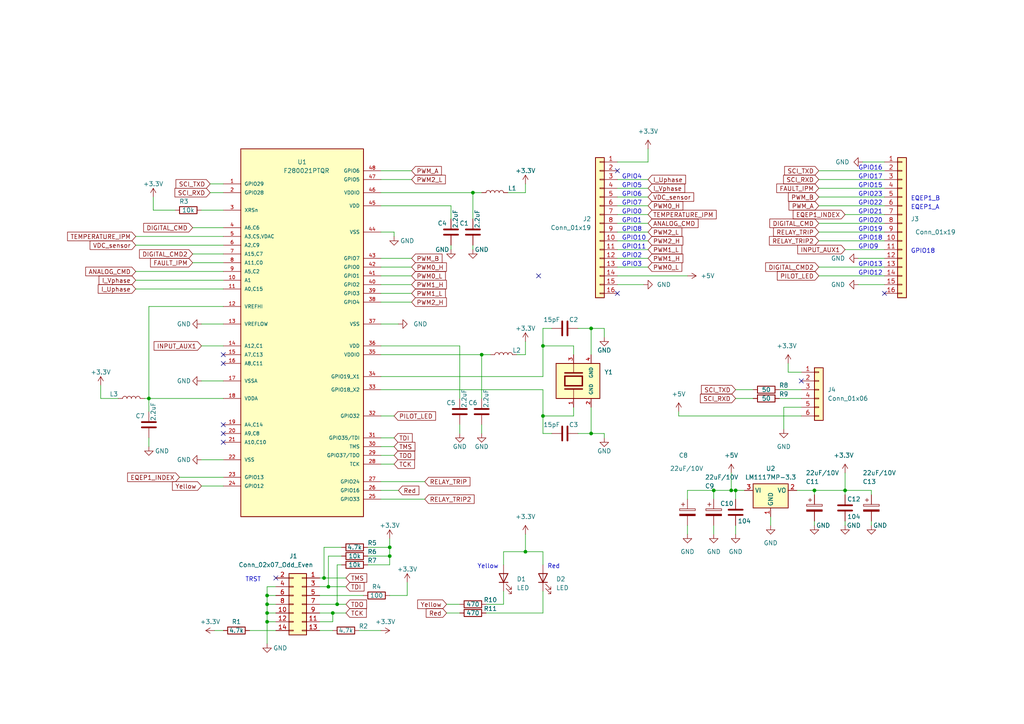
<source format=kicad_sch>
(kicad_sch (version 20230121) (generator eeschema)
  (paper "A4")
  (lib_symbols
    (symbol "ABM3B-20.000MHZ-B2-T:ABM3B-20.000MHZ-B2-T" (pin_names (offset 1.016))
      (property "Reference" "Y1" (at 0 10.16 0))
      (property "Value" "ABM3B-20.000MHZ-B2-T" (at 0 7.62 0))
      (symbol "ABM3B-20.000MHZ-B2-T_0_0"
        (pin passive line (at -7.62 0 0) (length 2.54) (name "~") (number "1"))
        (pin power_in line (at -7.62 -5.08 0) (length 2.54) (name "GND") (number "2"))
        (pin passive line (at 7.62 0 180) (length 2.54) (name "~") (number "3"))
        (pin power_in line (at 7.62 -5.08 180) (length 2.54) (name "GND") (number "4"))
      )
    )
    (symbol "Connector_Generic:Conn_01x06" (pin_names (offset 1.016) hide)
      (property "Reference" "J" (at 0 7.62 0))
      (property "Value" "Conn_01x06" (at 0 -10.16 0))
      (symbol "Conn_01x06_1_1"
        (pin passive line (at -5.08 5.08 0) (length 3.81) (name "Pin_1") (number "1"))
        (pin passive line (at -5.08 2.54 0) (length 3.81) (name "Pin_2") (number "2"))
        (pin passive line (at -5.08 0 0) (length 3.81) (name "Pin_3") (number "3"))
        (pin passive line (at -5.08 -2.54 0) (length 3.81) (name "Pin_4") (number "4"))
        (pin passive line (at -5.08 -5.08 0) (length 3.81) (name "Pin_5") (number "5"))
        (pin passive line (at -5.08 -7.62 0) (length 3.81) (name "Pin_6") (number "6"))
      )
    )
    (symbol "Connector_Generic:Conn_01x16" (pin_names (offset 1.016) hide)
      (property "Reference" "J" (at 0 20.32 0))
      (property "Value" "Conn_01x16" (at 0 -22.86 0))
      (symbol "Conn_01x16_1_1"
        (pin passive line (at -5.08 17.78 0) (length 3.81) (name "Pin_1") (number "1"))
        (pin passive line (at -5.08 -5.08 0) (length 3.81) (name "Pin_10") (number "10"))
        (pin passive line (at -5.08 -7.62 0) (length 3.81) (name "Pin_11") (number "11"))
        (pin passive line (at -5.08 -10.16 0) (length 3.81) (name "Pin_12") (number "12"))
        (pin passive line (at -5.08 -12.7 0) (length 3.81) (name "Pin_13") (number "13"))
        (pin passive line (at -5.08 -15.24 0) (length 3.81) (name "Pin_14") (number "14"))
        (pin passive line (at -5.08 -17.78 0) (length 3.81) (name "Pin_15") (number "15"))
        (pin passive line (at -5.08 -20.32 0) (length 3.81) (name "Pin_16") (number "16"))
        (pin passive line (at -5.08 15.24 0) (length 3.81) (name "Pin_2") (number "2"))
        (pin passive line (at -5.08 12.7 0) (length 3.81) (name "Pin_3") (number "3"))
        (pin passive line (at -5.08 10.16 0) (length 3.81) (name "Pin_4") (number "4"))
        (pin passive line (at -5.08 7.62 0) (length 3.81) (name "Pin_5") (number "5"))
        (pin passive line (at -5.08 5.08 0) (length 3.81) (name "Pin_6") (number "6"))
        (pin passive line (at -5.08 2.54 0) (length 3.81) (name "Pin_7") (number "7"))
        (pin passive line (at -5.08 0 0) (length 3.81) (name "Pin_8") (number "8"))
        (pin passive line (at -5.08 -2.54 0) (length 3.81) (name "Pin_9") (number "9"))
      )
    )
    (symbol "Connector_Generic:Conn_02x07_Odd_Even" (pin_names (offset 1.016) hide)
      (property "Reference" "J" (at 1.27 10.16 0))
      (property "Value" "Conn_02x07_Odd_Even" (at 1.27 -10.16 0))
      (symbol "Conn_02x07_Odd_Even_1_1"
        (pin passive line (at -5.08 7.62 0) (length 3.81) (name "Pin_1") (number "1"))
        (pin passive line (at 7.62 -2.54 180) (length 3.81) (name "Pin_10") (number "10"))
        (pin passive line (at -5.08 -5.08 0) (length 3.81) (name "Pin_11") (number "11"))
        (pin passive line (at 7.62 -5.08 180) (length 3.81) (name "Pin_12") (number "12"))
        (pin passive line (at -5.08 -7.62 0) (length 3.81) (name "Pin_13") (number "13"))
        (pin passive line (at 7.62 -7.62 180) (length 3.81) (name "Pin_14") (number "14"))
        (pin passive line (at 7.62 7.62 180) (length 3.81) (name "Pin_2") (number "2"))
        (pin passive line (at -5.08 5.08 0) (length 3.81) (name "Pin_3") (number "3"))
        (pin passive line (at 7.62 5.08 180) (length 3.81) (name "Pin_4") (number "4"))
        (pin passive line (at -5.08 2.54 0) (length 3.81) (name "Pin_5") (number "5"))
        (pin passive line (at 7.62 2.54 180) (length 3.81) (name "Pin_6") (number "6"))
        (pin passive line (at -5.08 0 0) (length 3.81) (name "Pin_7") (number "7"))
        (pin passive line (at 7.62 0 180) (length 3.81) (name "Pin_8") (number "8"))
        (pin passive line (at -5.08 -2.54 0) (length 3.81) (name "Pin_9") (number "9"))
      )
    )
    (symbol "Device:C" (pin_numbers hide) (pin_names (offset 0.254))
      (property "Reference" "C" (at 0.635 2.54 0))
      (property "Value" "C" (at 0.635 -2.54 0))
      (symbol "C_1_1"
        (pin passive line (at 0 3.81 270) (length 2.794) (name "~") (number "1"))
        (pin passive line (at 0 -3.81 90) (length 2.794) (name "~") (number "2"))
      )
    )
    (symbol "Device:C_Polarized" (pin_numbers hide) (pin_names (offset 0.254))
      (property "Reference" "C" (at 0.635 2.54 0))
      (property "Value" "C_Polarized" (at 0.635 -2.54 0))
      (symbol "C_Polarized_1_1"
        (pin passive line (at 0 3.81 270) (length 2.794) (name "~") (number "1"))
        (pin passive line (at 0 -3.81 90) (length 2.794) (name "~") (number "2"))
      )
    )
    (symbol "Device:LED" (pin_numbers hide) (pin_names (offset 1.016) hide)
      (property "Reference" "D" (at 0 2.54 0))
      (property "Value" "LED" (at 0 -2.54 0))
      (symbol "LED_1_1"
        (pin passive line (at -3.81 0 0) (length 2.54) (name "K") (number "1"))
        (pin passive line (at 3.81 0 180) (length 2.54) (name "A") (number "2"))
      )
    )
    (symbol "Regulator_Linear:LM1117MP-3.3"
      (property "Reference" "U" (at -3.81 3.175 0))
      (property "Value" "LM1117MP-3.3" (at 0 3.175 0))
      (symbol "LM1117MP-3.3_1_1"
        (pin power_in line (at 0 -7.62 90) (length 2.54) (name "GND") (number "1"))
        (pin power_out line (at 7.62 0 180) (length 2.54) (name "VO") (number "2"))
        (pin power_in line (at -7.62 0 0) (length 2.54) (name "VI") (number "3"))
      )
    )
    (symbol "TMS320F28069PZT:F280021PTQR" (pin_names (offset 1.016))
      (property "Reference" "U1" (at 0 49.53 0))
      (property "Value" "F280021PTQR" (at 1.27 46.99 0))
      (symbol "F280021PTQR_1_0"
        (pin bidirectional line (at -22.86 43.18 0) (length 5.08) (name "GPIO29") (number "1"))
        (pin bidirectional line (at -22.86 15.24 0) (length 5.08) (name "A1") (number "10"))
        (pin bidirectional line (at -22.86 12.7 0) (length 5.08) (name "A0,C15") (number "11"))
        (pin input line (at -22.86 7.62 0) (length 5.08) (name "VREFHI") (number "12"))
        (pin input line (at -22.86 2.54 0) (length 5.08) (name "VREFLOW") (number "13"))
        (pin bidirectional line (at -22.86 -3.81 0) (length 5.08) (name "A12,C1") (number "14"))
        (pin bidirectional line (at -22.86 -6.35 0) (length 5.08) (name "A7,C13") (number "15"))
        (pin bidirectional line (at -22.86 -8.89 0) (length 5.08) (name "A8,C11") (number "16"))
        (pin power_in line (at -22.86 -13.97 0) (length 5.08) (name "VSSA") (number "17"))
        (pin power_in line (at -22.86 -19.05 0) (length 5.08) (name "VDDA") (number "18"))
        (pin bidirectional line (at -22.86 -26.67 0) (length 5.08) (name "A4,C14") (number "19"))
        (pin bidirectional line (at -22.86 40.64 0) (length 5.08) (name "GPIO28") (number "2"))
        (pin bidirectional line (at -22.86 -29.21 0) (length 5.08) (name "A9,C8") (number "20"))
        (pin bidirectional line (at -22.86 -31.75 0) (length 5.08) (name "A10,C10") (number "21"))
        (pin power_in line (at -22.86 -36.83 0) (length 5.08) (name "VSS") (number "22"))
        (pin bidirectional line (at -22.86 -41.91 0) (length 5.08) (name "GPIO13") (number "23"))
        (pin bidirectional line (at -22.86 -44.45 0) (length 5.08) (name "GPIO12") (number "24"))
        (pin bidirectional line (at 22.86 -48.26 180) (length 5.08) (name "GPIO33") (number "25"))
        (pin bidirectional line (at 22.86 -45.72 180) (length 5.08) (name "GPIO16") (number "26"))
        (pin bidirectional line (at 22.86 -43.18 180) (length 5.08) (name "GPIO24") (number "27"))
        (pin bidirectional line (at 22.86 -38.1 180) (length 5.08) (name "TCK") (number "28"))
        (pin bidirectional line (at 22.86 -35.56 180) (length 5.08) (name "GPIO37/TDO") (number "29"))
        (pin bidirectional line (at -22.86 35.56 0) (length 5.08) (name "XRSn") (number "3"))
        (pin bidirectional line (at 22.86 -33.02 180) (length 5.08) (name "TMS") (number "30"))
        (pin bidirectional line (at 22.86 -30.48 180) (length 5.08) (name "GPIO35/TDI") (number "31"))
        (pin bidirectional line (at 22.86 -24.13 180) (length 5.08) (name "GPIO32") (number "32"))
        (pin bidirectional line (at 22.86 -16.51 180) (length 5.08) (name "GPIO18_X2") (number "33"))
        (pin bidirectional line (at 22.86 -12.7 180) (length 5.08) (name "GPIO19_X1") (number "34"))
        (pin bidirectional line (at 22.86 -6.35 180) (length 5.08) (name "VDDIO") (number "35"))
        (pin power_in line (at 22.86 -3.81 180) (length 5.08) (name "VDD") (number "36"))
        (pin power_in line (at 22.86 2.54 180) (length 5.08) (name "VSS") (number "37"))
        (pin bidirectional line (at 22.86 8.89 180) (length 5.08) (name "GPIO4") (number "38"))
        (pin bidirectional line (at 22.86 11.43 180) (length 5.08) (name "GPIO3") (number "39"))
        (pin bidirectional line (at -22.86 30.48 0) (length 5.08) (name "A6,C6") (number "4"))
        (pin bidirectional line (at 22.86 13.97 180) (length 5.08) (name "GPIO2") (number "40"))
        (pin bidirectional line (at 22.86 16.51 180) (length 5.08) (name "GPIO1") (number "41"))
        (pin bidirectional line (at 22.86 19.05 180) (length 5.08) (name "GPIO0") (number "42"))
        (pin bidirectional line (at 22.86 21.59 180) (length 5.08) (name "GPIO7") (number "43"))
        (pin power_in line (at 22.86 29.21 180) (length 5.08) (name "VSS") (number "44"))
        (pin power_in line (at 22.86 36.83 180) (length 5.08) (name "VDD") (number "45"))
        (pin power_in line (at 22.86 40.64 180) (length 5.08) (name "VDDIO") (number "46"))
        (pin bidirectional line (at 22.86 44.45 180) (length 5.08) (name "GPIO5") (number "47"))
        (pin bidirectional line (at 22.86 46.99 180) (length 5.08) (name "GPIO6") (number "48"))
        (pin bidirectional line (at -22.86 27.94 0) (length 5.08) (name "A3,CS,VDAC") (number "5"))
        (pin bidirectional line (at -22.86 25.4 0) (length 5.08) (name "A2,C9") (number "6"))
        (pin bidirectional line (at -22.86 22.86 0) (length 5.08) (name "A15,C7") (number "7"))
        (pin bidirectional line (at -22.86 20.32 0) (length 5.08) (name "A11,C0") (number "8"))
        (pin bidirectional line (at -22.86 17.78 0) (length 5.08) (name "A5,C2") (number "9"))
      )
    )
    (symbol "bead:L" (pin_numbers hide) (pin_names (offset 1.016) hide)
      (property "Reference" "L" (at -1.27 0 90))
      (property "Value" "L" (at 1.905 0 90))
      (symbol "L_1_1"
        (pin passive line (at 0 3.81 270) (length 1.27) (name "1") (number "1"))
        (pin passive line (at 0 -3.81 90) (length 1.27) (name "2") (number "2"))
      )
    )
    (symbol "bead:R" (pin_numbers hide) (pin_names (offset 0))
      (property "Reference" "R" (at 2.032 0 90))
      (property "Value" "R" (at 0 0 90))
      (symbol "R_1_1"
        (pin passive line (at 0 3.81 270) (length 1.27) (name "~") (number "1"))
        (pin passive line (at 0 -3.81 90) (length 1.27) (name "~") (number "2"))
      )
    )
    (symbol "power:+3.3V" (power) (pin_names (offset 0))
      (property "Value" "+3.3V" (at 0 3.556 0))
      (symbol "+3.3V_1_1"
        (pin power_in line (at 0 0 90) (length 0) hide (name "+3.3V") (number "1"))
      )
    )
    (symbol "power:+5V" (power) (pin_names (offset 0))
      (property "Value" "+5V" (at 0 3.556 0))
      (symbol "+5V_1_1"
        (pin power_in line (at 0 0 90) (length 0) hide (name "+5V") (number "1"))
      )
    )
    (symbol "power:GND" (power) (pin_names (offset 0))
      (property "Value" "GND" (at 0 -3.81 0))
      (symbol "GND_1_1"
        (pin power_in line (at 0 0 270) (length 0) hide (name "GND") (number "1"))
      )
    )
  )
  (junction (at 236.22 142.24))
  (junction (at 113.03 158.75))
  (junction (at 77.47 172.72))
  (junction (at 43.18 115.57))
  (junction (at 139.7 102.87))
  (junction (at 96.52 177.8))
  (junction (at 77.47 175.26))
  (junction (at 152.4 160.02))
  (junction (at 171.45 95.25))
  (junction (at 77.47 180.34))
  (junction (at 212.09 142.24))
  (junction (at 95.25 170.18))
  (junction (at 137.16 55.88))
  (junction (at 245.11 142.24))
  (junction (at 93.98 167.64))
  (junction (at 171.45 125.73))
  (junction (at 207.01 142.24))
  (junction (at 157.48 100.33))
  (junction (at 113.03 161.29))
  (junction (at 97.79 175.26))
  (junction (at 213.36 142.24))
  (junction (at 157.48 120.65))
  (junction (at 77.47 177.8))
  (no_connect (at 64.77 128.27))
  (no_connect (at 64.77 105.41))
  (no_connect (at 232.41 110.49))
  (no_connect (at 179.07 85.09))
  (no_connect (at 64.77 102.87))
  (no_connect (at 64.77 125.73))
  (no_connect (at 80.01 167.64))
  (no_connect (at 179.07 49.53))
  (no_connect (at 64.77 123.19))
  (no_connect (at 256.54 85.09))
  (no_connect (at 156.21 80.01))
  (wire (pts (xy 93.98 167.64) (xy 93.98 158.75)))
  (wire (pts (xy 118.11 172.72) (xy 113.03 172.72)))
  (wire (pts (xy 130.81 59.69) (xy 130.81 63.5)))
  (wire (pts (xy 99.06 161.29) (xy 95.25 161.29)))
  (wire (pts (xy 245.11 137.16) (xy 245.11 142.24)))
  (wire (pts (xy 39.37 71.12) (xy 64.77 71.12)))
  (wire (pts (xy 106.68 161.29) (xy 113.03 161.29)))
  (wire (pts (xy 179.07 57.15) (xy 187.96 57.15)))
  (wire (pts (xy 29.21 111.76) (xy 29.21 115.57)))
  (wire (pts (xy 196.85 120.65) (xy 232.41 120.65)))
  (wire (pts (xy 133.35 123.19) (xy 133.35 125.73)))
  (wire (pts (xy 92.71 182.88) (xy 96.52 182.88)))
  (wire (pts (xy 39.37 81.28) (xy 64.77 81.28)))
  (wire (pts (xy 213.36 142.24) (xy 215.9 142.24)))
  (wire (pts (xy 139.7 123.19) (xy 139.7 125.73)))
  (wire (pts (xy 245.11 151.13) (xy 245.11 152.4)))
  (wire (pts (xy 77.47 177.8) (xy 77.47 180.34)))
  (wire (pts (xy 171.45 118.11) (xy 171.45 125.73)))
  (wire (pts (xy 146.05 171.45) (xy 146.05 175.26)))
  (wire (pts (xy 34.29 115.57) (xy 29.21 115.57)))
  (wire (pts (xy 139.7 102.87) (xy 139.7 115.57)))
  (wire (pts (xy 157.48 120.65) (xy 166.37 120.65)))
  (wire (pts (xy 157.48 125.73) (xy 160.02 125.73)))
  (wire (pts (xy 110.49 67.31) (xy 114.3 67.31)))
  (wire (pts (xy 77.47 175.26) (xy 77.47 177.8)))
  (wire (pts (xy 207.01 142.24) (xy 207.01 144.78)))
  (wire (pts (xy 179.07 77.47) (xy 187.96 77.47)))
  (wire (pts (xy 228.6 105.41) (xy 228.6 107.95)))
  (wire (pts (xy 50.8 60.96) (xy 44.45 60.96)))
  (wire (pts (xy 62.23 182.88) (xy 64.77 182.88)))
  (wire (pts (xy 110.49 85.09) (xy 119.38 85.09)))
  (wire (pts (xy 199.39 152.4) (xy 199.39 154.94)))
  (wire (pts (xy 39.37 83.82) (xy 64.77 83.82)))
  (wire (pts (xy 118.11 168.91) (xy 118.11 172.72)))
  (wire (pts (xy 110.49 49.53) (xy 119.38 49.53)))
  (wire (pts (xy 95.25 170.18) (xy 100.33 170.18)))
  (wire (pts (xy 146.05 163.83) (xy 146.05 160.02)))
  (wire (pts (xy 167.64 95.25) (xy 171.45 95.25)))
  (wire (pts (xy 110.49 127) (xy 114.3 127)))
  (wire (pts (xy 179.07 72.39) (xy 187.96 72.39)))
  (wire (pts (xy 226.06 115.57) (xy 232.41 115.57)))
  (wire (pts (xy 245.11 62.23) (xy 256.54 62.23)))
  (wire (pts (xy 175.26 125.73) (xy 175.26 127)))
  (wire (pts (xy 179.07 69.85) (xy 187.96 69.85)))
  (wire (pts (xy 157.48 109.22) (xy 157.48 100.33)))
  (wire (pts (xy 110.49 144.78) (xy 123.19 144.78)))
  (wire (pts (xy 179.07 46.99) (xy 187.96 46.99)))
  (wire (pts (xy 175.26 95.25) (xy 175.26 97.79)))
  (wire (pts (xy 213.36 152.4) (xy 213.36 154.94)))
  (wire (pts (xy 157.48 100.33) (xy 157.48 95.25)))
  (wire (pts (xy 237.49 59.69) (xy 256.54 59.69)))
  (wire (pts (xy 237.49 52.07) (xy 256.54 52.07)))
  (wire (pts (xy 55.88 66.04) (xy 64.77 66.04)))
  (wire (pts (xy 110.49 87.63) (xy 119.38 87.63)))
  (wire (pts (xy 149.86 102.87) (xy 152.4 102.87)))
  (wire (pts (xy 58.42 93.98) (xy 64.77 93.98)))
  (wire (pts (xy 157.48 120.65) (xy 157.48 125.73)))
  (wire (pts (xy 97.79 175.26) (xy 100.33 175.26)))
  (wire (pts (xy 110.49 80.01) (xy 119.38 80.01)))
  (wire (pts (xy 196.85 119.38) (xy 196.85 120.65)))
  (wire (pts (xy 146.05 160.02) (xy 152.4 160.02)))
  (wire (pts (xy 110.49 82.55) (xy 119.38 82.55)))
  (wire (pts (xy 199.39 142.24) (xy 199.39 144.78)))
  (wire (pts (xy 147.32 55.88) (xy 152.4 55.88)))
  (wire (pts (xy 113.03 156.21) (xy 113.03 158.75)))
  (wire (pts (xy 140.97 177.8) (xy 157.48 177.8)))
  (wire (pts (xy 58.42 133.35) (xy 64.77 133.35)))
  (wire (pts (xy 152.4 99.06) (xy 152.4 102.87)))
  (wire (pts (xy 110.49 102.87) (xy 139.7 102.87)))
  (wire (pts (xy 110.49 59.69) (xy 130.81 59.69)))
  (wire (pts (xy 137.16 55.88) (xy 137.16 63.5)))
  (wire (pts (xy 152.4 53.34) (xy 152.4 55.88)))
  (wire (pts (xy 43.18 115.57) (xy 43.18 88.9)))
  (wire (pts (xy 179.07 59.69) (xy 187.96 59.69)))
  (wire (pts (xy 179.07 74.93) (xy 187.96 74.93)))
  (wire (pts (xy 231.14 142.24) (xy 236.22 142.24)))
  (wire (pts (xy 157.48 95.25) (xy 160.02 95.25)))
  (wire (pts (xy 93.98 167.64) (xy 100.33 167.64)))
  (wire (pts (xy 39.37 78.74) (xy 64.77 78.74)))
  (wire (pts (xy 179.07 54.61) (xy 187.96 54.61)))
  (wire (pts (xy 43.18 115.57) (xy 43.18 119.38)))
  (wire (pts (xy 92.71 175.26) (xy 97.79 175.26)))
  (wire (pts (xy 245.11 142.24) (xy 245.11 143.51)))
  (wire (pts (xy 92.71 180.34) (xy 96.52 180.34)))
  (wire (pts (xy 245.11 72.39) (xy 256.54 72.39)))
  (wire (pts (xy 236.22 151.13) (xy 236.22 152.4)))
  (wire (pts (xy 43.18 115.57) (xy 64.77 115.57)))
  (wire (pts (xy 114.3 67.31) (xy 114.3 68.58)))
  (wire (pts (xy 179.07 52.07) (xy 187.96 52.07)))
  (wire (pts (xy 110.49 55.88) (xy 137.16 55.88)))
  (wire (pts (xy 110.49 93.98) (xy 115.57 93.98)))
  (wire (pts (xy 52.07 138.43) (xy 64.77 138.43)))
  (wire (pts (xy 110.49 113.03) (xy 157.48 113.03)))
  (wire (pts (xy 157.48 160.02) (xy 157.48 163.83)))
  (wire (pts (xy 179.07 62.23) (xy 187.96 62.23)))
  (wire (pts (xy 60.96 53.34) (xy 64.77 53.34)))
  (wire (pts (xy 77.47 175.26) (xy 80.01 175.26)))
  (wire (pts (xy 129.54 175.26) (xy 133.35 175.26)))
  (wire (pts (xy 96.52 177.8) (xy 96.52 180.34)))
  (wire (pts (xy 97.79 163.83) (xy 99.06 163.83)))
  (wire (pts (xy 213.36 115.57) (xy 218.44 115.57)))
  (wire (pts (xy 171.45 95.25) (xy 171.45 102.87)))
  (wire (pts (xy 113.03 161.29) (xy 113.03 158.75)))
  (wire (pts (xy 96.52 177.8) (xy 100.33 177.8)))
  (wire (pts (xy 95.25 161.29) (xy 95.25 170.18)))
  (wire (pts (xy 237.49 67.31) (xy 256.54 67.31)))
  (wire (pts (xy 179.07 64.77) (xy 187.96 64.77)))
  (wire (pts (xy 129.54 177.8) (xy 133.35 177.8)))
  (wire (pts (xy 58.42 100.33) (xy 64.77 100.33)))
  (wire (pts (xy 213.36 113.03) (xy 218.44 113.03)))
  (wire (pts (xy 110.49 77.47) (xy 119.38 77.47)))
  (wire (pts (xy 140.97 175.26) (xy 146.05 175.26)))
  (wire (pts (xy 232.41 118.11) (xy 227.33 118.11)))
  (wire (pts (xy 157.48 100.33) (xy 166.37 100.33)))
  (wire (pts (xy 92.71 177.8) (xy 96.52 177.8)))
  (wire (pts (xy 179.07 80.01) (xy 199.39 80.01)))
  (wire (pts (xy 252.73 151.13) (xy 252.73 152.4)))
  (wire (pts (xy 58.42 140.97) (xy 64.77 140.97)))
  (wire (pts (xy 245.11 142.24) (xy 252.73 142.24)))
  (wire (pts (xy 110.49 109.22) (xy 157.48 109.22)))
  (wire (pts (xy 137.16 55.88) (xy 139.7 55.88)))
  (wire (pts (xy 104.14 182.88) (xy 110.49 182.88)))
  (wire (pts (xy 110.49 142.24) (xy 115.57 142.24)))
  (wire (pts (xy 171.45 95.25) (xy 175.26 95.25)))
  (wire (pts (xy 157.48 113.03) (xy 157.48 120.65)))
  (wire (pts (xy 44.45 57.15) (xy 44.45 60.96)))
  (wire (pts (xy 199.39 142.24) (xy 207.01 142.24)))
  (wire (pts (xy 237.49 77.47) (xy 256.54 77.47)))
  (wire (pts (xy 207.01 152.4) (xy 207.01 154.94)))
  (wire (pts (xy 58.42 110.49) (xy 64.77 110.49)))
  (wire (pts (xy 227.33 118.11) (xy 227.33 124.46)))
  (wire (pts (xy 237.49 69.85) (xy 256.54 69.85)))
  (wire (pts (xy 237.49 64.77) (xy 256.54 64.77)))
  (wire (pts (xy 212.09 142.24) (xy 213.36 142.24)))
  (wire (pts (xy 167.64 125.73) (xy 171.45 125.73)))
  (wire (pts (xy 236.22 142.24) (xy 245.11 142.24)))
  (wire (pts (xy 77.47 180.34) (xy 77.47 186.69)))
  (wire (pts (xy 237.49 49.53) (xy 256.54 49.53)))
  (wire (pts (xy 236.22 142.24) (xy 236.22 143.51)))
  (wire (pts (xy 92.71 170.18) (xy 95.25 170.18)))
  (wire (pts (xy 43.18 88.9) (xy 64.77 88.9)))
  (wire (pts (xy 77.47 177.8) (xy 80.01 177.8)))
  (wire (pts (xy 58.42 60.96) (xy 64.77 60.96)))
  (wire (pts (xy 41.91 115.57) (xy 43.18 115.57)))
  (wire (pts (xy 133.35 100.33) (xy 133.35 115.57)))
  (wire (pts (xy 228.6 107.95) (xy 232.41 107.95)))
  (wire (pts (xy 77.47 172.72) (xy 77.47 175.26)))
  (wire (pts (xy 130.81 71.12) (xy 130.81 72.39)))
  (wire (pts (xy 110.49 120.65) (xy 114.3 120.65)))
  (wire (pts (xy 110.49 132.08) (xy 114.3 132.08)))
  (wire (pts (xy 92.71 167.64) (xy 93.98 167.64)))
  (wire (pts (xy 77.47 180.34) (xy 80.01 180.34)))
  (wire (pts (xy 106.68 158.75) (xy 113.03 158.75)))
  (wire (pts (xy 113.03 163.83) (xy 113.03 161.29)))
  (wire (pts (xy 237.49 54.61) (xy 256.54 54.61)))
  (wire (pts (xy 72.39 182.88) (xy 80.01 182.88)))
  (wire (pts (xy 179.07 67.31) (xy 187.96 67.31)))
  (wire (pts (xy 207.01 142.24) (xy 212.09 142.24)))
  (wire (pts (xy 171.45 125.73) (xy 175.26 125.73)))
  (wire (pts (xy 179.07 82.55) (xy 186.69 82.55)))
  (wire (pts (xy 152.4 160.02) (xy 157.48 160.02)))
  (wire (pts (xy 212.09 137.16) (xy 212.09 142.24)))
  (wire (pts (xy 110.49 139.7) (xy 123.19 139.7)))
  (wire (pts (xy 92.71 172.72) (xy 105.41 172.72)))
  (wire (pts (xy 55.88 76.2) (xy 64.77 76.2)))
  (wire (pts (xy 97.79 175.26) (xy 97.79 163.83)))
  (wire (pts (xy 152.4 154.94) (xy 152.4 160.02)))
  (wire (pts (xy 248.92 82.55) (xy 256.54 82.55)))
  (wire (pts (xy 166.37 118.11) (xy 166.37 120.65)))
  (wire (pts (xy 166.37 100.33) (xy 166.37 102.87)))
  (wire (pts (xy 110.49 100.33) (xy 133.35 100.33)))
  (wire (pts (xy 139.7 102.87) (xy 142.24 102.87)))
  (wire (pts (xy 93.98 158.75) (xy 99.06 158.75)))
  (wire (pts (xy 80.01 170.18) (xy 77.47 170.18)))
  (wire (pts (xy 39.37 68.58) (xy 64.77 68.58)))
  (wire (pts (xy 237.49 57.15) (xy 256.54 57.15)))
  (wire (pts (xy 226.06 113.03) (xy 232.41 113.03)))
  (wire (pts (xy 252.73 142.24) (xy 252.73 143.51)))
  (wire (pts (xy 250.19 46.99) (xy 256.54 46.99)))
  (wire (pts (xy 157.48 171.45) (xy 157.48 177.8)))
  (wire (pts (xy 223.52 149.86) (xy 223.52 152.4)))
  (wire (pts (xy 55.88 73.66) (xy 64.77 73.66)))
  (wire (pts (xy 77.47 172.72) (xy 80.01 172.72)))
  (wire (pts (xy 106.68 163.83) (xy 113.03 163.83)))
  (wire (pts (xy 137.16 71.12) (xy 137.16 72.39)))
  (wire (pts (xy 110.49 74.93) (xy 119.38 74.93)))
  (wire (pts (xy 77.47 170.18) (xy 77.47 172.72)))
  (wire (pts (xy 110.49 134.62) (xy 114.3 134.62)))
  (wire (pts (xy 110.49 129.54) (xy 114.3 129.54)))
  (wire (pts (xy 60.96 55.88) (xy 64.77 55.88)))
  (wire (pts (xy 43.18 127) (xy 43.18 129.54)))
  (wire (pts (xy 213.36 142.24) (xy 213.36 144.78)))
  (wire (pts (xy 248.92 74.93) (xy 256.54 74.93)))
  (wire (pts (xy 237.49 80.01) (xy 256.54 80.01)))
  (wire (pts (xy 187.96 43.18) (xy 187.96 46.99)))
  (wire (pts (xy 110.49 52.07) (xy 119.38 52.07)))
  (text "GPIO13" (at 248.92 77.47 0) (effects (font (size 1.27 1.27)) (justify left bottom)))
  (text "GPIO6" (at 180.34 57.15 0) (effects (font (size 1.27 1.27)) (justify left bottom)))
  (text "GPIO11" (at 180.34 72.39 0) (effects (font (size 1.27 1.27)) (justify left bottom)))
  (text "GPIO7" (at 180.34 59.69 0) (effects (font (size 1.27 1.27)) (justify left bottom)))
  (text "GPIO22" (at 248.92 59.69 0) (effects (font (size 1.27 1.27)) (justify left bottom)))
  (text "GPIO16" (at 248.92 49.53 0) (effects (font (size 1.27 1.27)) (justify left bottom)))
  (text "TRST" (at 71.12 168.91 0) (effects (font (size 1.27 1.27)) (justify left bottom)))
  (text "Red" (at 158.75 165.1 0) (effects (font (size 1.27 1.27)) (justify left bottom)))
  (text "GPIO15" (at 248.92 54.61 0) (effects (font (size 1.27 1.27)) (justify left bottom)))
  (text "GPIO8" (at 180.34 67.31 0) (effects (font (size 1.27 1.27)) (justify left bottom)))
  (text "GPIO18" (at 264.16 73.66 0) (effects (font (size 1.27 1.27)) (justify left bottom)))
  (text "GPIO4" (at 180.34 52.07 0) (effects (font (size 1.27 1.27)) (justify left bottom)))
  (text "GPIO1" (at 180.34 64.77 0) (effects (font (size 1.27 1.27)) (justify left bottom)))
  (text "GPIO2" (at 180.34 74.93 0) (effects (font (size 1.27 1.27)) (justify left bottom)))
  (text "Yellow" (at 138.43 165.1 0) (effects (font (size 1.27 1.27)) (justify left bottom)))
  (text "GPIO5" (at 180.34 54.61 0) (effects (font (size 1.27 1.27)) (justify left bottom)))
  (text "GPIO21" (at 248.92 62.23 0) (effects (font (size 1.27 1.27)) (justify left bottom)))
  (text "GPIO18" (at 248.92 69.85 0) (effects (font (size 1.27 1.27)) (justify left bottom)))
  (text "GPIO17" (at 248.92 52.07 0) (effects (font (size 1.27 1.27)) (justify left bottom)))
  (text "GPIO19" (at 248.92 67.31 0) (effects (font (size 1.27 1.27)) (justify left bottom)))
  (text "GPIO10" (at 180.34 69.85 0) (effects (font (size 1.27 1.27)) (justify left bottom)))
  (text "GPIO3" (at 180.34 77.47 0) (effects (font (size 1.27 1.27)) (justify left bottom)))
  (text "EQEP1_A" (at 264.16 60.96 0) (effects (font (size 1.27 1.27)) (justify left bottom)))
  (text "GPIO0" (at 180.34 62.23 0) (effects (font (size 1.27 1.27)) (justify left bottom)))
  (text "GPIO9" (at 248.92 72.39 0) (effects (font (size 1.27 1.27)) (justify left bottom)))
  (text "GPIO12" (at 248.92 80.01 0) (effects (font (size 1.27 1.27)) (justify left bottom)))
  (text "EQEP1_B" (at 264.16 58.42 0) (effects (font (size 1.27 1.27)) (justify left bottom)))
  (text "GPIO23" (at 248.92 57.15 0) (effects (font (size 1.27 1.27)) (justify left bottom)))
  (text "GPIO20" (at 248.92 64.77 0) (effects (font (size 1.27 1.27)) (justify left bottom)))
  (global_label "I_Uphase" (shape input) (at 187.96 52.07 0) (property "Intersheetrefs" "${INTERSHEET_REFS}" (effects hide)))
  (global_label "Red" (shape input) (at 115.57 142.24 0) (property "Intersheetrefs" "${INTERSHEET_REFS}" (effects hide)))
  (global_label "SCI_RXD" (shape input) (at 237.49 52.07 180) (property "Intersheetrefs" "${INTERSHEET_REFS}" (effects hide)))
  (global_label "DIGITAL_CMD2" (shape input) (at 55.88 73.66 180) (property "Intersheetrefs" "${INTERSHEET_REFS}" (effects hide)))
  (global_label "Yellow" (shape input) (at 129.54 175.26 180) (property "Intersheetrefs" "${INTERSHEET_REFS}" (effects hide)))
  (global_label "SCI_TXD" (shape input) (at 60.96 53.34 180) (property "Intersheetrefs" "${INTERSHEET_REFS}" (effects hide)))
  (global_label "Yellow" (shape input) (at 58.42 140.97 180) (property "Intersheetrefs" "${INTERSHEET_REFS}" (effects hide)))
  (global_label "PWM1_H" (shape input) (at 119.38 82.55 0) (property "Intersheetrefs" "${INTERSHEET_REFS}" (effects hide)))
  (global_label "RELAY_TRIP" (shape input) (at 237.49 67.31 180) (property "Intersheetrefs" "${INTERSHEET_REFS}" (effects hide)))
  (global_label "FAULT_IPM" (shape input) (at 237.49 54.61 180) (property "Intersheetrefs" "${INTERSHEET_REFS}" (effects hide)))
  (global_label "DIGITAL_CMD" (shape input) (at 55.88 66.04 180) (property "Intersheetrefs" "${INTERSHEET_REFS}" (effects hide)))
  (global_label "PWM1_L" (shape input) (at 119.38 85.09 0) (property "Intersheetrefs" "${INTERSHEET_REFS}" (effects hide)))
  (global_label "PWM_B" (shape input) (at 237.49 57.15 180) (property "Intersheetrefs" "${INTERSHEET_REFS}" (effects hide)))
  (global_label "TMS" (shape input) (at 114.3 129.54 0) (property "Intersheetrefs" "${INTERSHEET_REFS}" (effects hide)))
  (global_label "PWM_B" (shape input) (at 119.38 74.93 0) (property "Intersheetrefs" "${INTERSHEET_REFS}" (effects hide)))
  (global_label "PILOT_LED" (shape input) (at 237.49 80.01 180) (property "Intersheetrefs" "${INTERSHEET_REFS}" (effects hide)))
  (global_label "DIGITAL_CMD" (shape input) (at 237.49 64.77 180) (property "Intersheetrefs" "${INTERSHEET_REFS}" (effects hide)))
  (global_label "TMS" (shape input) (at 100.33 167.64 0) (property "Intersheetrefs" "${INTERSHEET_REFS}" (effects hide)))
  (global_label "EQEP1_INDEX" (shape input) (at 245.11 62.23 180) (property "Intersheetrefs" "${INTERSHEET_REFS}" (effects hide)))
  (global_label "RELAY_TRIP2" (shape input) (at 123.19 144.78 0) (property "Intersheetrefs" "${INTERSHEET_REFS}" (effects hide)))
  (global_label "VDC_sensor" (shape input) (at 39.37 71.12 180) (property "Intersheetrefs" "${INTERSHEET_REFS}" (effects hide)))
  (global_label "I_Vphase" (shape input) (at 187.96 54.61 0) (property "Intersheetrefs" "${INTERSHEET_REFS}" (effects hide)))
  (global_label "PWM2_H" (shape input) (at 187.96 69.85 0) (property "Intersheetrefs" "${INTERSHEET_REFS}" (effects hide)))
  (global_label "PWM2_L" (shape input) (at 187.96 67.31 0) (property "Intersheetrefs" "${INTERSHEET_REFS}" (effects hide)))
  (global_label "RELAY_TRIP" (shape input) (at 123.19 139.7 0) (property "Intersheetrefs" "${INTERSHEET_REFS}" (effects hide)))
  (global_label "PWM_A" (shape input) (at 119.38 49.53 0) (property "Intersheetrefs" "${INTERSHEET_REFS}" (effects hide)))
  (global_label "RELAY_TRIP2" (shape input) (at 237.49 69.85 180) (property "Intersheetrefs" "${INTERSHEET_REFS}" (effects hide)))
  (global_label "TDO" (shape input) (at 100.33 175.26 0) (property "Intersheetrefs" "${INTERSHEET_REFS}" (effects hide)))
  (global_label "FAULT_IPM" (shape input) (at 55.88 76.2 180) (property "Intersheetrefs" "${INTERSHEET_REFS}" (effects hide)))
  (global_label "PWM2_H" (shape input) (at 119.38 87.63 0) (property "Intersheetrefs" "${INTERSHEET_REFS}" (effects hide)))
  (global_label "PWM_A" (shape input) (at 237.49 59.69 180) (property "Intersheetrefs" "${INTERSHEET_REFS}" (effects hide)))
  (global_label "PWM2_L" (shape input) (at 119.38 52.07 0) (property "Intersheetrefs" "${INTERSHEET_REFS}" (effects hide)))
  (global_label "I_Vphase" (shape input) (at 39.37 81.28 180) (property "Intersheetrefs" "${INTERSHEET_REFS}" (effects hide)))
  (global_label "INPUT_AUX1" (shape input) (at 245.11 72.39 180) (property "Intersheetrefs" "${INTERSHEET_REFS}" (effects hide)))
  (global_label "SCI_TXD" (shape input) (at 237.49 49.53 180) (property "Intersheetrefs" "${INTERSHEET_REFS}" (effects hide)))
  (global_label "TDI" (shape input) (at 100.33 170.18 0) (property "Intersheetrefs" "${INTERSHEET_REFS}" (effects hide)))
  (global_label "SCI_RXD" (shape input) (at 213.36 115.57 180) (property "Intersheetrefs" "${INTERSHEET_REFS}" (effects hide)))
  (global_label "PWM1_H" (shape input) (at 187.96 74.93 0) (property "Intersheetrefs" "${INTERSHEET_REFS}" (effects hide)))
  (global_label "SCI_TXD" (shape input) (at 213.36 113.03 180) (property "Intersheetrefs" "${INTERSHEET_REFS}" (effects hide)))
  (global_label "SCI_RXD" (shape input) (at 60.96 55.88 180) (property "Intersheetrefs" "${INTERSHEET_REFS}" (effects hide)))
  (global_label "EQEP1_INDEX" (shape input) (at 52.07 138.43 180) (property "Intersheetrefs" "${INTERSHEET_REFS}" (effects hide)))
  (global_label "TDI" (shape input) (at 114.3 127 0) (property "Intersheetrefs" "${INTERSHEET_REFS}" (effects hide)))
  (global_label "Red" (shape input) (at 129.54 177.8 180) (property "Intersheetrefs" "${INTERSHEET_REFS}" (effects hide)))
  (global_label "DIGITAL_CMD2" (shape input) (at 237.49 77.47 180) (property "Intersheetrefs" "${INTERSHEET_REFS}" (effects hide)))
  (global_label "PWM0_H" (shape input) (at 187.96 59.69 0) (property "Intersheetrefs" "${INTERSHEET_REFS}" (effects hide)))
  (global_label "TCK" (shape input) (at 114.3 134.62 0) (property "Intersheetrefs" "${INTERSHEET_REFS}" (effects hide)))
  (global_label "PWM1_L" (shape input) (at 187.96 72.39 0) (property "Intersheetrefs" "${INTERSHEET_REFS}" (effects hide)))
  (global_label "TEMPERATURE_IPM" (shape input) (at 39.37 68.58 180) (property "Intersheetrefs" "${INTERSHEET_REFS}" (effects hide)))
  (global_label "PWM0_L" (shape input) (at 187.96 77.47 0) (property "Intersheetrefs" "${INTERSHEET_REFS}" (effects hide)))
  (global_label "I_Uphase" (shape input) (at 39.37 83.82 180) (property "Intersheetrefs" "${INTERSHEET_REFS}" (effects hide)))
  (global_label "INPUT_AUX1" (shape input) (at 58.42 100.33 180) (property "Intersheetrefs" "${INTERSHEET_REFS}" (effects hide)))
  (global_label "PWM0_L" (shape input) (at 119.38 80.01 0) (property "Intersheetrefs" "${INTERSHEET_REFS}" (effects hide)))
  (global_label "TDO" (shape input) (at 114.3 132.08 0) (property "Intersheetrefs" "${INTERSHEET_REFS}" (effects hide)))
  (global_label "TCK" (shape input) (at 100.33 177.8 0) (property "Intersheetrefs" "${INTERSHEET_REFS}" (effects hide)))
  (global_label "PWM0_H" (shape input) (at 119.38 77.47 0) (property "Intersheetrefs" "${INTERSHEET_REFS}" (effects hide)))
  (global_label "ANALOG_CMD" (shape input) (at 187.96 64.77 0) (property "Intersheetrefs" "${INTERSHEET_REFS}" (effects hide)))
  (global_label "PILOT_LED" (shape input) (at 114.3 120.65 0) (property "Intersheetrefs" "${INTERSHEET_REFS}" (effects hide)))
  (global_label "TEMPERATURE_IPM" (shape input) (at 187.96 62.23 0) (property "Intersheetrefs" "${INTERSHEET_REFS}" (effects hide)))
  (global_label "ANALOG_CMD" (shape input) (at 39.37 78.74 180) (property "Intersheetrefs" "${INTERSHEET_REFS}" (effects hide)))
  (global_label "VDC_sensor" (shape input) (at 187.96 57.15 0) (property "Intersheetrefs" "${INTERSHEET_REFS}" (effects hide)))
  (symbol (lib_id "Device:C") (at 139.7 119.38 180) (unit 1)
    (property "Reference" "C6" (at 137.16 116.84 0))
    (property "Value" "2.2uF" (at 140.97 115.57 90))
    (property "Footprint" "Capacitor_SMD:C_0805_2012Metric" (effects hide))
  )
  (symbol (lib_id "power:GND") (at 43.18 129.54 0) (mirror y) (unit 1)
    (property "Reference" "#PWR017" (effects hide))
    (property "Value" "GND" (at 46.99 130.81 0))
  )
  (symbol (lib_id "power:GND") (at 245.11 152.4 0) (unit 1)
    (property "Reference" "#PWR028" (effects hide))
    (property "Value" "GND" (at 247.65 152.4 0))
  )
  (symbol (lib_id "Device:C_Polarized") (at 207.01 148.59 0) (unit 1)
    (property "Reference" "C9" (at 204.47 140.97 0) (effects (justify left)))
    (property "Value" "22uF/10V" (at 204.47 138.43 0) (effects (justify left)))
    (property "Footprint" "Capacitor_SMD:C_1210_3225Metric_Pad1.33x2.70mm_HandSolder" (effects hide))
  )
  (symbol (lib_id "Device:C_Polarized") (at 236.22 147.32 0) (unit 1)
    (property "Reference" "C11" (at 233.68 139.7 0) (effects (justify left)))
    (property "Value" "22uF/10V" (at 233.68 137.16 0) (effects (justify left)))
    (property "Footprint" "Capacitor_SMD:C_1210_3225Metric_Pad1.33x2.70mm_HandSolder" (effects hide))
  )
  (symbol (lib_id "power:+3.3V") (at 228.6 105.41 0) (mirror y) (unit 1)
    (property "Reference" "#PWR039" (effects hide))
    (property "Value" "+3.3V" (at 231.14 100.33 0) (effects (justify left)))
  )
  (symbol (lib_id "Device:C") (at 130.81 67.31 180) (unit 1)
    (property "Reference" "C4" (at 128.27 64.77 0))
    (property "Value" "2.2uF" (at 132.08 63.5 90))
    (property "Footprint" "Capacitor_SMD:C_0805_2012Metric" (effects hide))
  )
  (symbol (lib_id "power:+3.3V") (at 44.45 57.15 0) (mirror y) (unit 1)
    (property "Reference" "#PWR019" (effects hide))
    (property "Value" "+3.3V" (at 44.45 53.34 0))
  )
  (symbol (lib_id "bead:R") (at 102.87 161.29 90) (unit 1)
    (property "Reference" "R6" (at 107.95 160.02 90))
    (property "Value" "10k" (at 102.87 161.29 90))
    (property "Footprint" "Resistor_SMD:R_0805_2012Metric_Pad1.20x1.40mm_HandSolder" (effects hide))
  )
  (symbol (lib_id "bead:R") (at 102.87 163.83 90) (unit 1)
    (property "Reference" "R7" (at 107.95 162.56 90))
    (property "Value" "10k" (at 102.87 163.83 90))
    (property "Footprint" "Resistor_SMD:R_0805_2012Metric_Pad1.20x1.40mm_HandSolder" (effects hide))
  )
  (symbol (lib_id "power:GND") (at 130.81 72.39 0) (mirror y) (unit 1)
    (property "Reference" "#PWR08" (effects hide))
    (property "Value" "GND" (at 128.27 72.39 0))
  )
  (symbol (lib_id "bead:R") (at 68.58 182.88 90) (unit 1)
    (property "Reference" "R1" (at 68.58 180.34 90))
    (property "Value" "4.7k" (at 68.58 182.88 90))
    (property "Footprint" "Resistor_SMD:R_0805_2012Metric_Pad1.20x1.40mm_HandSolder" (effects hide))
  )
  (symbol (lib_id "power:GND") (at 236.22 152.4 0) (unit 1)
    (property "Reference" "#PWR026" (effects hide))
    (property "Value" "GND" (at 238.76 152.4 0))
  )
  (symbol (lib_id "bead:R") (at 222.25 113.03 90) (unit 1)
    (property "Reference" "R8" (at 227.33 111.76 90))
    (property "Value" "50" (at 222.25 113.03 90))
    (property "Footprint" "Resistor_SMD:R_0805_2012Metric_Pad1.20x1.40mm_HandSolder" (effects hide))
  )
  (symbol (lib_id "bead:R") (at 54.61 60.96 90) (unit 1)
    (property "Reference" "R3" (at 53.34 58.42 90))
    (property "Value" "10k" (at 54.61 60.96 90))
    (property "Footprint" "Resistor_SMD:R_0805_2012Metric_Pad1.20x1.40mm_HandSolder" (effects hide))
  )
  (symbol (lib_id "Connector_Generic:Conn_01x16") (at 173.99 64.77 0) (mirror y) (unit 1)
    (property "Reference" "J2" (at 171.45 63.5 0) (effects (justify left)))
    (property "Value" "Conn_01x19" (at 171.45 66.04 0) (effects (justify left)))
    (property "Footprint" "Connector_PinHeader_2.54mm:PinHeader_1x16_P2.54mm_Vertical" (effects hide))
  )
  (symbol (lib_id "power:GND") (at 114.3 68.58 0) (mirror y) (unit 1)
    (property "Reference" "#PWR010" (effects hide))
    (property "Value" "GND" (at 118.11 69.85 0))
  )
  (symbol (lib_id "bead:L") (at 38.1 115.57 90) (unit 1)
    (property "Reference" "L3" (at 33.02 114.3 90))
    (property "Value" "2A/45mohm/220ohm@100Mhz" (effects hide))
    (property "Footprint" "Inductor_SMD:L_0805_2012Metric_Pad1.15x1.40mm_HandSolder" (effects hide))
    (property "Datasheet" "~https://www.digikey.kr/ko/products/detail/murata-electronics/BLM21PG221SN1D/364909?utm_adgroup=Murata&utm_source=google&utm_medium=cpc&utm_campaign=Dynamic%20Search_KR_Supplier&utm_term=&productid=&utm_content=Murata&utm_id=go_cmp-9777513071_adg-102510472729_ad-667073295241_dsa-391690949709_dev-c_ext-_prd-_sig-Cj0KCQiAy9msBhD0ARIsANbk0A9n4iZALZgV2cp8c19IRQ5fG3RdESCKOv-GduPiRCm5rECLwCxmSeYaAo3XEALw_wcB&gad_source=1&gclid=Cj0KCQiAy9msBhD0ARIsANbk0A9n4iZALZgV2cp8c19IRQ5fG3RdESCKOv-GduPiRCm5rECLwCxmSeYaAo3XEALw_wcB" (effects hide))
    (property "Part #" "BLM21PG221SN1D" (effects hide))
  )
  (symbol (lib_id "power:GND") (at 223.52 152.4 0) (unit 1)
    (property "Reference" "#PWR025" (effects hide))
    (property "Value" "GND" (at 223.52 157.48 0))
  )
  (symbol (lib_id "power:+5V") (at 212.09 137.16 0) (unit 1)
    (property "Reference" "#PWR023" (effects hide))
    (property "Value" "+5V" (at 212.09 132.08 0))
  )
  (symbol (lib_id "power:+3.3V") (at 110.49 182.88 270) (unit 1)
    (property "Reference" "#PWR04" (effects hide))
    (property "Value" "+3.3V" (at 111.76 180.34 90))
  )
  (symbol (lib_id "power:GND") (at 207.01 154.94 0) (unit 1)
    (property "Reference" "#PWR022" (effects hide))
    (property "Value" "GND" (at 207.01 160.02 0))
  )
  (symbol (lib_id "power:+5V") (at 196.85 119.38 0) (unit 1)
    (property "Reference" "#PWR037" (effects hide))
    (property "Value" "+5V" (at 196.85 114.3 0))
  )
  (symbol (lib_id "power:GND") (at 133.35 125.73 0) (mirror y) (unit 1)
    (property "Reference" "#PWR013" (effects hide))
    (property "Value" "GND" (at 133.35 129.54 0))
  )
  (symbol (lib_id "power:GND") (at 248.92 82.55 270) (unit 1)
    (property "Reference" "#PWR034" (effects hide))
    (property "Value" "GND" (at 245.11 82.55 90) (effects (justify right)))
  )
  (symbol (lib_id "power:+3.3V") (at 113.03 156.21 0) (mirror y) (unit 1)
    (property "Reference" "#PWR036" (effects hide))
    (property "Value" "+3.3V" (at 113.03 152.4 0))
  )
  (symbol (lib_id "bead:L") (at 143.51 55.88 270) (mirror x) (unit 1)
    (property "Reference" "L1" (at 148.59 54.61 90))
    (property "Value" "2A/45mohm/220ohm@100Mhz" (effects hide))
    (property "Footprint" "Inductor_SMD:L_0805_2012Metric_Pad1.15x1.40mm_HandSolder" (effects hide))
    (property "Datasheet" "~https://www.digikey.kr/ko/products/detail/murata-electronics/BLM21PG221SN1D/364909?utm_adgroup=Murata&utm_source=google&utm_medium=cpc&utm_campaign=Dynamic%20Search_KR_Supplier&utm_term=&productid=&utm_content=Murata&utm_id=go_cmp-9777513071_adg-102510472729_ad-667073295241_dsa-391690949709_dev-c_ext-_prd-_sig-Cj0KCQiAy9msBhD0ARIsANbk0A9n4iZALZgV2cp8c19IRQ5fG3RdESCKOv-GduPiRCm5rECLwCxmSeYaAo3XEALw_wcB&gad_source=1&gclid=Cj0KCQiAy9msBhD0ARIsANbk0A9n4iZALZgV2cp8c19IRQ5fG3RdESCKOv-GduPiRCm5rECLwCxmSeYaAo3XEALw_wcB" (effects hide))
    (property "Part #" "BLM21PG221SN1D" (effects hide))
  )
  (symbol (lib_id "power:GND") (at 139.7 125.73 0) (mirror y) (unit 1)
    (property "Reference" "#PWR014" (effects hide))
    (property "Value" "GND" (at 139.7 129.54 0))
  )
  (symbol (lib_id "Device:LED") (at 146.05 167.64 90) (unit 1)
    (property "Reference" "D1" (at 149.86 167.9575 90) (effects (justify right)))
    (property "Value" "LED" (at 149.86 170.4975 90) (effects (justify right)))
    (property "Footprint" "LED_SMD:LED_0805_2012Metric_Pad1.15x1.40mm_HandSolder" (effects hide))
  )
  (symbol (lib_id "bead:R") (at 137.16 177.8 90) (unit 1)
    (property "Reference" "R11" (at 142.24 176.53 90))
    (property "Value" "470" (at 137.16 177.8 90))
    (property "Footprint" "Resistor_SMD:R_0805_2012Metric_Pad1.20x1.40mm_HandSolder" (effects hide))
  )
  (symbol (lib_id "power:GND") (at 175.26 127 0) (mirror y) (unit 1)
    (property "Reference" "#PWR05" (effects hide))
    (property "Value" "GND" (at 175.26 130.81 0))
  )
  (symbol (lib_id "power:+5V") (at 199.39 80.01 270) (mirror x) (unit 1)
    (property "Reference" "#PWR031" (effects hide))
    (property "Value" "+5V" (at 203.2 80.01 90) (effects (justify left)))
  )
  (symbol (lib_id "power:+3.3V") (at 62.23 182.88 90) (mirror x) (unit 1)
    (property "Reference" "#PWR01" (effects hide))
    (property "Value" "+3.3V" (at 60.96 180.34 90))
  )
  (symbol (lib_id "Connector_Generic:Conn_01x06") (at 237.49 113.03 0) (unit 1)
    (property "Reference" "J4" (at 240.03 113.03 0) (effects (justify left)))
    (property "Value" "Conn_01x06" (at 240.03 115.57 0) (effects (justify left)))
    (property "Footprint" "Connector_PinHeader_2.54mm:PinHeader_1x06_P2.54mm_Vertical" (effects hide))
  )
  (symbol (lib_id "Connector_Generic:Conn_01x16") (at 261.62 64.77 0) (unit 1)
    (property "Reference" "J3" (at 264.16 63.5 0) (effects (justify left)))
    (property "Value" "Conn_01x19" (at 265.43 67.31 0) (effects (justify left)))
    (property "Footprint" "Connector_PinHeader_2.54mm:PinHeader_1x16_P2.54mm_Vertical" (effects hide))
  )
  (symbol (lib_id "power:GND") (at 58.42 133.35 270) (unit 1)
    (property "Reference" "#PWR015" (effects hide))
    (property "Value" "GND" (at 53.34 133.35 90))
  )
  (symbol (lib_id "power:GND") (at 175.26 97.79 0) (mirror y) (unit 1)
    (property "Reference" "#PWR06" (effects hide))
    (property "Value" "GND" (at 175.26 101.6 0))
  )
  (symbol (lib_id "Device:C_Polarized") (at 199.39 148.59 0) (unit 1)
    (property "Reference" "C8" (at 196.85 132.08 0) (effects (justify left)))
    (property "Value" "22uF/10V" (at 194.31 135.89 0) (effects (justify left)))
    (property "Footprint" "Capacitor_SMD:C_1210_3225Metric_Pad1.33x2.70mm_HandSolder" (effects hide))
  )
  (symbol (lib_id "ABM3B-20.000MHZ-B2-T:ABM3B-20.000MHZ-B2-T") (at 166.37 110.49 90) (unit 1)
    (property "Reference" "Y1" (at 176.53 107.95 90))
    (property "Value" "ABM3B-20.000MHZ-B2-T" (effects hide))
    (property "Footprint" "library:XTAL_ABM3B-20.000MHZ-B2-T" (effects hide))
    (property "MF" "Abracon" (effects hide))
    (property "MAXIMUM_PACKAGE_HEIGHT" "1.1 mm" (effects hide))
    (property "Package" "SMD-4 Abracon LLC" (effects hide))
    (property "Price" "None" (effects hide))
    (property "Check_prices" "https://www.snapeda.com/parts/ABM3B-20.000MHZ-B2-T/Abracon+LLC/view-part/?ref=eda" (effects hide))
    (property "STANDARD" "Manufacturer Recommendations" (effects hide))
    (property "PARTREV" "08.25.15" (effects hide))
    (property "SnapEDA_Link" "https://www.snapeda.com/parts/ABM3B-20.000MHZ-B2-T/Abracon+LLC/view-part/?ref=snap" (effects hide))
    (property "MP" "ABM3B-20.000MHZ-B2-T" (effects hide))
    (property "Purchase-URL" "https://www.snapeda.com/api/url_track_click_mouser/?unipart_id=52594&manufacturer=Abracon&part_name=ABM3B-20.000MHZ-B2-T&search_term=abm" (effects hide))
    (property "Description" "\n20 MHz ±20ppm Crystal 18pF 50 Ohms 4-SMD, No Lead\n" (effects hide))
    (property "Availability" "In Stock" (effects hide))
    (property "MANUFACTURER" "Abracon" (effects hide))
  )
  (symbol (lib_id "power:+3.3V") (at 152.4 53.34 0) (mirror y) (unit 1)
    (property "Reference" "#PWR07" (effects hide))
    (property "Value" "+3.3V" (at 152.4 49.53 0))
  )
  (symbol (lib_id "power:GND") (at 137.16 72.39 0) (mirror y) (unit 1)
    (property "Reference" "#PWR09" (effects hide))
    (property "Value" "GND" (at 139.7 72.39 0))
  )
  (symbol (lib_id "power:+3.3V") (at 152.4 99.06 0) (mirror y) (unit 1)
    (property "Reference" "#PWR012" (effects hide))
    (property "Value" "+3.3V" (at 152.4 95.25 0))
  )
  (symbol (lib_id "bead:R") (at 102.87 158.75 90) (unit 1)
    (property "Reference" "R5" (at 107.95 157.48 90))
    (property "Value" "4.7k" (at 102.87 158.75 90))
    (property "Footprint" "Resistor_SMD:R_0805_2012Metric_Pad1.20x1.40mm_HandSolder" (effects hide))
  )
  (symbol (lib_id "TMS320F28069PZT:F280021PTQR") (at 87.63 96.52 0) (unit 1)
    (property "Reference" "U1" (at 87.63 46.99 0))
    (property "Value" "F280021PTQR" (at 88.9 49.53 0))
    (property "Footprint" "Package_QFP:LQFP-48_7x7mm_P0.5mm" (effects hide))
    (property "MF" "Texas Instruments" (effects hide))
    (property "MAXIMUM_PACKAGE_HEIGHT" "1.6mm" (effects hide))
    (property "Package" "LQFP-48 Texas Instruments" (effects hide))
    (property "Price" "None" (effects hide))
    (property "Check_prices" "https://www.snapeda.com/parts/TMS320F28069PZT/Texas+Instruments/view-part/?ref=eda" (effects hide))
    (property "STANDARD" "Manufacturer Recommendations" (effects hide))
    (property "PARTREV" "J" (effects hide))
    (property "SnapEDA_Link" "https://www.snapeda.com/parts/TMS320F28069PZT/Texas+Instruments/view-part/?ref=snap" (effects hide))
    (property "MP" "TMS320F280021PZQR" (effects hide))
    (property "Purchase-URL" "https://www.snapeda.com/api/url_track_click_mouser/?unipart_id=45232&manufacturer=Texas Instruments&part_name=TMS320F28069PZT&search_term=tms320f2806" (effects hide))
    (property "Description" "32-bit MCU with 90 MHz, FPU, VCU, 256 KB flash" (effects hide))
    (property "Availability" "In Stock" (effects hide))
    (property "MANUFACTURER" "Texas Instruments" (effects hide))
  )
  (symbol (lib_id "power:GND") (at 227.33 124.46 0) (unit 1)
    (property "Reference" "#PWR038" (effects hide))
    (property "Value" "GND" (at 227.33 129.54 0))
  )
  (symbol (lib_id "Device:C") (at 43.18 123.19 180) (unit 1)
    (property "Reference" "C7" (at 40.64 120.65 0))
    (property "Value" "2.2uF" (at 44.45 119.38 90))
    (property "Footprint" "Capacitor_SMD:C_0805_2012Metric" (effects hide))
  )
  (symbol (lib_id "power:+3.3V") (at 187.96 43.18 0) (mirror y) (unit 1)
    (property "Reference" "#PWR030" (effects hide))
    (property "Value" "+3.3V" (at 187.96 38.1 0))
  )
  (symbol (lib_id "Regulator_Linear:LM1117MP-3.3") (at 223.52 142.24 0) (unit 1)
    (property "Reference" "U2" (at 223.52 135.89 0))
    (property "Value" "LM1117MP-3.3" (at 223.52 138.43 0))
    (property "Footprint" "Package_TO_SOT_SMD:SOT-223-3_TabPin2" (effects hide))
    (property "Datasheet" "http://www.ti.com/lit/ds/symlink/lm1117.pdf" (effects hide))
  )
  (symbol (lib_id "Device:C") (at 213.36 148.59 180) (unit 1)
    (property "Reference" "C10" (at 210.82 146.05 0))
    (property "Value" "104" (at 215.9 151.13 0))
    (property "Footprint" "Capacitor_SMD:C_0805_2012Metric" (effects hide))
  )
  (symbol (lib_id "Device:C") (at 137.16 67.31 180) (unit 1)
    (property "Reference" "C1" (at 134.62 64.77 0))
    (property "Value" "2.2uF" (at 138.43 63.5 90))
    (property "Footprint" "Capacitor_SMD:C_0805_2012Metric" (effects hide))
  )
  (symbol (lib_id "bead:R") (at 109.22 172.72 90) (unit 1)
    (property "Reference" "R4" (at 109.22 170.18 90))
    (property "Value" "100" (at 109.22 172.72 90))
    (property "Footprint" "Resistor_SMD:R_0805_2012Metric_Pad1.20x1.40mm_HandSolder" (effects hide))
  )
  (symbol (lib_id "Device:C") (at 133.35 119.38 180) (unit 1)
    (property "Reference" "C5" (at 130.81 116.84 0))
    (property "Value" "2.2uF" (at 134.62 115.57 90))
    (property "Footprint" "Capacitor_SMD:C_0805_2012Metric" (effects hide))
  )
  (symbol (lib_id "power:+3.3V") (at 245.11 137.16 0) (mirror y) (unit 1)
    (property "Reference" "#PWR027" (effects hide))
    (property "Value" "+3.3V" (at 247.65 132.08 0) (effects (justify left)))
  )
  (symbol (lib_id "power:GND") (at 58.42 93.98 270) (unit 1)
    (property "Reference" "#PWR020" (effects hide))
    (property "Value" "GND" (at 53.34 93.98 90))
  )
  (symbol (lib_id "power:GND") (at 199.39 154.94 0) (unit 1)
    (property "Reference" "#PWR021" (effects hide))
    (property "Value" "GND" (at 199.39 160.02 0))
  )
  (symbol (lib_id "power:GND") (at 250.19 46.99 270) (unit 1)
    (property "Reference" "#PWR033" (effects hide))
    (property "Value" "GND" (at 246.38 46.99 90) (effects (justify right)))
  )
  (symbol (lib_id "power:GND") (at 58.42 110.49 270) (unit 1)
    (property "Reference" "#PWR016" (effects hide))
    (property "Value" "GND" (at 53.34 110.49 90))
  )
  (symbol (lib_id "power:GND") (at 186.69 82.55 90) (mirror x) (unit 1)
    (property "Reference" "#PWR032" (effects hide))
    (property "Value" "GND" (at 190.5 82.55 90) (effects (justify right)))
  )
  (symbol (lib_id "bead:L") (at 146.05 102.87 270) (mirror x) (unit 1)
    (property "Reference" "L2" (at 149.86 101.6 90))
    (property "Value" "2A/45mohm/220ohm@100Mhz" (effects hide))
    (property "Footprint" "Inductor_SMD:L_0805_2012Metric_Pad1.15x1.40mm_HandSolder" (effects hide))
    (property "Datasheet" "~https://www.digikey.kr/ko/products/detail/murata-electronics/BLM21PG221SN1D/364909?utm_adgroup=Murata&utm_source=google&utm_medium=cpc&utm_campaign=Dynamic%20Search_KR_Supplier&utm_term=&productid=&utm_content=Murata&utm_id=go_cmp-9777513071_adg-102510472729_ad-667073295241_dsa-391690949709_dev-c_ext-_prd-_sig-Cj0KCQiAy9msBhD0ARIsANbk0A9n4iZALZgV2cp8c19IRQ5fG3RdESCKOv-GduPiRCm5rECLwCxmSeYaAo3XEALw_wcB&gad_source=1&gclid=Cj0KCQiAy9msBhD0ARIsANbk0A9n4iZALZgV2cp8c19IRQ5fG3RdESCKOv-GduPiRCm5rECLwCxmSeYaAo3XEALw_wcB" (effects hide))
    (property "Part #" "BLM21PG221SN1D" (effects hide))
  )
  (symbol (lib_id "power:+3.3V") (at 29.21 111.76 0) (mirror y) (unit 1)
    (property "Reference" "#PWR018" (effects hide))
    (property "Value" "+3.3V" (at 29.21 107.95 0))
  )
  (symbol (lib_id "power:GND") (at 252.73 152.4 0) (unit 1)
    (property "Reference" "#PWR029" (effects hide))
    (property "Value" "GND" (at 255.27 152.4 0))
  )
  (symbol (lib_id "Device:C") (at 245.11 147.32 180) (unit 1)
    (property "Reference" "C12" (at 247.65 144.78 0))
    (property "Value" "104" (at 247.65 149.86 0))
    (property "Footprint" "Capacitor_SMD:C_0805_2012Metric" (effects hide))
  )
  (symbol (lib_id "power:+3.3V") (at 118.11 168.91 0) (mirror y) (unit 1)
    (property "Reference" "#PWR03" (effects hide))
    (property "Value" "+3.3V" (at 118.11 165.1 0))
  )
  (symbol (lib_id "bead:R") (at 222.25 115.57 90) (unit 1)
    (property "Reference" "R9" (at 227.33 114.3 90))
    (property "Value" "50" (at 222.25 115.57 90))
    (property "Footprint" "Resistor_SMD:R_0805_2012Metric_Pad1.20x1.40mm_HandSolder" (effects hide))
  )
  (symbol (lib_id "bead:R") (at 137.16 175.26 90) (unit 1)
    (property "Reference" "R10" (at 142.24 173.99 90))
    (property "Value" "470" (at 137.16 175.26 90))
    (property "Footprint" "Resistor_SMD:R_0805_2012Metric_Pad1.20x1.40mm_HandSolder" (effects hide))
  )
  (symbol (lib_id "Device:C_Polarized") (at 252.73 147.32 0) (unit 1)
    (property "Reference" "C13" (at 250.19 139.7 0) (effects (justify left)))
    (property "Value" "22uF/10V" (at 250.19 137.16 0) (effects (justify left)))
    (property "Footprint" "Capacitor_SMD:C_1210_3225Metric_Pad1.33x2.70mm_HandSolder" (effects hide))
  )
  (symbol (lib_id "bead:R") (at 100.33 182.88 90) (unit 1)
    (property "Reference" "R2" (at 105.41 181.61 90))
    (property "Value" "4.7k" (at 100.33 182.88 90))
    (property "Footprint" "Resistor_SMD:R_0805_2012Metric_Pad1.20x1.40mm_HandSolder" (effects hide))
  )
  (symbol (lib_id "Device:LED") (at 157.48 167.64 90) (unit 1)
    (property "Reference" "D2" (at 161.29 167.9575 90) (effects (justify right)))
    (property "Value" "LED" (at 161.29 170.4975 90) (effects (justify right)))
    (property "Footprint" "LED_SMD:LED_0805_2012Metric_Pad1.15x1.40mm_HandSolder" (effects hide))
  )
  (symbol (lib_id "Device:C") (at 163.83 95.25 270) (unit 1)
    (property "Reference" "C2" (at 166.37 92.71 90))
    (property "Value" "15pF" (at 160.02 92.71 90))
    (property "Footprint" "Capacitor_SMD:C_0805_2012Metric" (effects hide))
  )
  (symbol (lib_id "power:GND") (at 77.47 186.69 0) (mirror y) (unit 1)
    (property "Reference" "#PWR02" (effects hide))
    (property "Value" "GND" (at 81.28 187.96 0))
  )
  (symbol (lib_id "Connector_Generic:Conn_02x07_Odd_Even") (at 87.63 175.26 0) (mirror y) (unit 1)
    (property "Reference" "J1" (at 85.09 161.29 0))
    (property "Value" "Conn_02x07_Odd_Even" (at 80.01 163.83 0))
    (property "Footprint" "Connector_PinHeader_2.54mm:PinHeader_2x07_P2.54mm_Vertical" (effects hide))
  )
  (symbol (lib_id "power:GND") (at 248.92 74.93 270) (unit 1)
    (property "Reference" "#PWR035" (effects hide))
    (property "Value" "GND" (at 245.11 74.93 90) (effects (justify right)))
  )
  (symbol (lib_id "power:GND") (at 115.57 93.98 90) (mirror x) (unit 1)
    (property "Reference" "#PWR011" (effects hide))
    (property "Value" "GND" (at 121.92 93.98 90))
  )
  (symbol (lib_id "Device:C") (at 163.83 125.73 270) (unit 1)
    (property "Reference" "C3" (at 166.37 123.19 90))
    (property "Value" "15pF" (at 160.02 123.19 90))
    (property "Footprint" "Capacitor_SMD:C_0805_2012Metric" (effects hide))
  )
  (symbol (lib_id "power:GND") (at 213.36 154.94 0) (unit 1)
    (property "Reference" "#PWR024" (effects hide))
    (property "Value" "GND" (at 213.36 160.02 0))
  )
  (symbol (lib_id "power:+3.3V") (at 152.4 154.94 0) (mirror y) (unit 1)
    (property "Reference" "#PWR040" (effects hide))
    (property "Value" "+3.3V" (at 152.4 149.86 0))
  )
)
</source>
